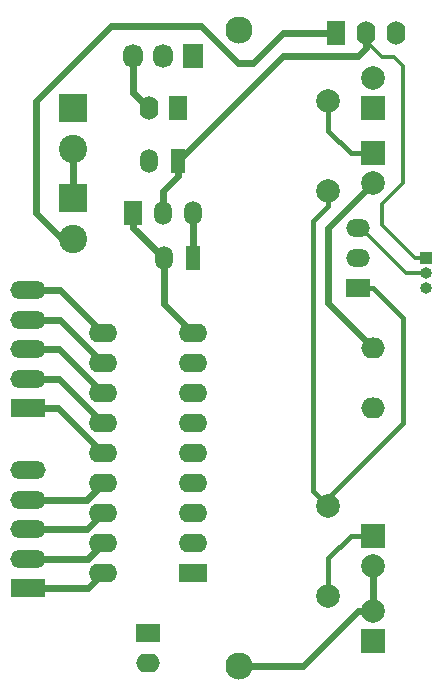
<source format=gbl>
G04 #@! TF.FileFunction,Copper,L2,Bot,Signal*
%FSLAX46Y46*%
G04 Gerber Fmt 4.6, Leading zero omitted, Abs format (unit mm)*
G04 Created by KiCad (PCBNEW 4.0.7) date 09/14/19 13:27:37*
%MOMM*%
%LPD*%
G01*
G04 APERTURE LIST*
%ADD10C,0.100000*%
%ADD11O,2.000000X1.778000*%
%ADD12R,1.500000X2.000000*%
%ADD13O,1.600000X2.000000*%
%ADD14R,1.300000X2.000000*%
%ADD15O,1.500000X2.000000*%
%ADD16R,1.600000X2.000000*%
%ADD17O,2.000000X1.600000*%
%ADD18R,2.000000X1.600000*%
%ADD19O,1.520000X2.000000*%
%ADD20R,1.520000X2.000000*%
%ADD21O,2.000000X1.520000*%
%ADD22R,2.000000X1.520000*%
%ADD23R,1.000000X1.000000*%
%ADD24O,1.000000X1.000000*%
%ADD25R,3.000000X1.500000*%
%ADD26O,3.000000X1.500000*%
%ADD27C,2.000000*%
%ADD28R,2.000000X2.000000*%
%ADD29R,1.727200X2.032000*%
%ADD30O,1.727200X2.032000*%
%ADD31C,2.400000*%
%ADD32R,2.400000X2.400000*%
%ADD33C,2.300000*%
%ADD34R,2.400000X1.600000*%
%ADD35O,2.400000X1.600000*%
%ADD36C,0.609600*%
%ADD37C,0.406400*%
%ADD38C,0.304800*%
G04 APERTURE END LIST*
D10*
D11*
X153670000Y-88900000D03*
X153670000Y-93980000D03*
D12*
X150495000Y-62230000D03*
D13*
X153035000Y-62230000D03*
X155575000Y-62230000D03*
D14*
X138430000Y-81280000D03*
D15*
X135930000Y-81280000D03*
D14*
X137160000Y-73025000D03*
D15*
X134660000Y-73025000D03*
D16*
X137160000Y-68580000D03*
D13*
X134660000Y-68580000D03*
D17*
X134620000Y-115530000D03*
D18*
X134620000Y-113030000D03*
D19*
X135890000Y-77470000D03*
X138430000Y-77470000D03*
D20*
X133350000Y-77470000D03*
D21*
X152400000Y-81280000D03*
X152400000Y-78740000D03*
D22*
X152400000Y-83820000D03*
D23*
X158115000Y-81280000D03*
D24*
X158115000Y-82550000D03*
X158115000Y-83820000D03*
D25*
X124460000Y-93980000D03*
D26*
X124460000Y-91480000D03*
X124460000Y-88980000D03*
X124460000Y-86480000D03*
X124460000Y-83980000D03*
D27*
X153670000Y-111125000D03*
D28*
X153670000Y-113665000D03*
D27*
X153670000Y-66040000D03*
D28*
X153670000Y-68580000D03*
D27*
X153670000Y-74930000D03*
D28*
X153670000Y-72390000D03*
D29*
X138430000Y-64135000D03*
D30*
X135890000Y-64135000D03*
X133350000Y-64135000D03*
D31*
X128270000Y-72080000D03*
D32*
X128270000Y-68580000D03*
D31*
X128270000Y-79700000D03*
D32*
X128270000Y-76200000D03*
D27*
X153670000Y-107315000D03*
D28*
X153670000Y-104775000D03*
D27*
X149860000Y-75565000D03*
X149860000Y-67945000D03*
X149860000Y-102235000D03*
X149860000Y-109855000D03*
D33*
X142310000Y-62000000D03*
X142310000Y-115800000D03*
D34*
X138430000Y-107950000D03*
D35*
X130810000Y-87630000D03*
X138430000Y-105410000D03*
X130810000Y-90170000D03*
X138430000Y-102870000D03*
X130810000Y-92710000D03*
X138430000Y-100330000D03*
X130810000Y-95250000D03*
X138430000Y-97790000D03*
X130810000Y-97790000D03*
X138430000Y-95250000D03*
X130810000Y-100330000D03*
X138430000Y-92710000D03*
X130810000Y-102870000D03*
X138430000Y-90170000D03*
X130810000Y-105410000D03*
X138430000Y-87630000D03*
X130810000Y-107950000D03*
D25*
X124460000Y-109220000D03*
D26*
X124460000Y-106720000D03*
X124460000Y-104220000D03*
X124460000Y-101720000D03*
X124460000Y-99220000D03*
D36*
X133350000Y-77470000D02*
X133350000Y-78700000D01*
X133350000Y-78700000D02*
X135930000Y-81280000D01*
X153670000Y-74930000D02*
X149860000Y-78740000D01*
X149860000Y-85090000D02*
X153670000Y-88900000D01*
X149860000Y-78740000D02*
X149860000Y-85090000D01*
X135930000Y-81280000D02*
X135930000Y-85130000D01*
X135930000Y-85130000D02*
X138430000Y-87630000D01*
X133350000Y-64135000D02*
X133350000Y-67270000D01*
X133350000Y-67270000D02*
X134660000Y-68580000D01*
X152400000Y-111125000D02*
X153670000Y-111125000D01*
X153670000Y-107315000D02*
X153670000Y-111125000D01*
X147725000Y-115800000D02*
X152400000Y-111125000D01*
X142310000Y-115800000D02*
X147725000Y-115800000D01*
D37*
X149860000Y-109855000D02*
X149860000Y-106680000D01*
X151765000Y-104775000D02*
X153670000Y-104775000D01*
X149860000Y-106680000D02*
X151765000Y-104775000D01*
X149860000Y-67945000D02*
X149860000Y-70485000D01*
X151765000Y-72390000D02*
X153670000Y-72390000D01*
X149860000Y-70485000D02*
X151765000Y-72390000D01*
D38*
X152400000Y-78740000D02*
X152654000Y-78740000D01*
X152654000Y-78740000D02*
X156464000Y-82550000D01*
D36*
X138430000Y-81280000D02*
X138430000Y-77470000D01*
D38*
X156464000Y-82550000D02*
X158115000Y-82550000D01*
D36*
X124460000Y-83980000D02*
X127160000Y-83980000D01*
X127160000Y-83980000D02*
X130810000Y-87630000D01*
D37*
X149860000Y-102235000D02*
X149860000Y-101600000D01*
X149860000Y-101600000D02*
X156210000Y-95250000D01*
X153670000Y-83820000D02*
X152400000Y-83820000D01*
X156210000Y-86360000D02*
X153670000Y-83820000D01*
X156210000Y-95250000D02*
X156210000Y-86360000D01*
X149860000Y-75565000D02*
X149860000Y-76835000D01*
X148590000Y-100965000D02*
X149860000Y-102235000D01*
X148590000Y-78105000D02*
X148590000Y-100965000D01*
X149860000Y-76835000D02*
X148590000Y-78105000D01*
D38*
X157226000Y-81280000D02*
X158115000Y-81280000D01*
X154432000Y-78486000D02*
X157226000Y-81280000D01*
X154432000Y-76708000D02*
X154432000Y-78486000D01*
X156210000Y-74930000D02*
X154432000Y-76708000D01*
X156210000Y-65024000D02*
X156210000Y-74930000D01*
X155448000Y-64262000D02*
X156210000Y-65024000D01*
X154432000Y-64262000D02*
X155448000Y-64262000D01*
X153035000Y-62230000D02*
X153035000Y-62865000D01*
X153035000Y-62865000D02*
X154432000Y-64262000D01*
D36*
X137160000Y-73025000D02*
X137160000Y-74295000D01*
X135890000Y-75565000D02*
X135890000Y-77470000D01*
X137160000Y-74295000D02*
X135890000Y-75565000D01*
X137160000Y-73025000D02*
X141605000Y-68580000D01*
X153035000Y-63500000D02*
X153035000Y-62230000D01*
X153035000Y-63500000D02*
X152400000Y-64135000D01*
X152400000Y-64135000D02*
X146050000Y-64135000D01*
X146050000Y-64135000D02*
X141605000Y-68580000D01*
X128270000Y-76200000D02*
X128270000Y-72080000D01*
X124460000Y-109220000D02*
X129540000Y-109220000D01*
X129540000Y-109220000D02*
X130810000Y-107950000D01*
X124460000Y-106720000D02*
X129500000Y-106720000D01*
X129500000Y-106720000D02*
X130810000Y-105410000D01*
X124460000Y-104220000D02*
X129460000Y-104220000D01*
X129460000Y-104220000D02*
X130810000Y-102870000D01*
X124460000Y-101720000D02*
X129420000Y-101720000D01*
X124460000Y-101720000D02*
X124975000Y-101720000D01*
X129420000Y-101720000D02*
X130810000Y-100330000D01*
X124460000Y-93980000D02*
X127000000Y-93980000D01*
X127000000Y-93980000D02*
X130810000Y-97790000D01*
X124460000Y-91480000D02*
X127040000Y-91480000D01*
X124500000Y-91440000D02*
X124460000Y-91480000D01*
X127040000Y-91480000D02*
X130810000Y-95250000D01*
X124460000Y-88980000D02*
X127080000Y-88980000D01*
X127080000Y-88980000D02*
X130810000Y-92710000D01*
X124460000Y-86480000D02*
X127120000Y-86480000D01*
X124580000Y-86360000D02*
X124460000Y-86480000D01*
X127120000Y-86480000D02*
X130810000Y-90170000D01*
X125095000Y-77470000D02*
X127325000Y-79700000D01*
X125095000Y-67945000D02*
X125095000Y-77470000D01*
X131445000Y-61595000D02*
X125095000Y-67945000D01*
X139065000Y-61595000D02*
X131445000Y-61595000D01*
X142240000Y-64770000D02*
X139065000Y-61595000D01*
X127325000Y-79700000D02*
X128270000Y-79700000D01*
X143510000Y-64770000D02*
X142240000Y-64770000D01*
X150495000Y-62230000D02*
X146050000Y-62230000D01*
X143510000Y-64770000D02*
X146050000Y-62230000D01*
M02*

</source>
